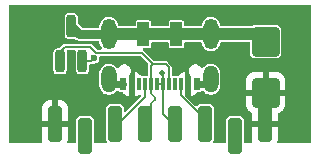
<source format=gbr>
%TF.GenerationSoftware,KiCad,Pcbnew,9.0.7*%
%TF.CreationDate,2026-02-26T13:23:17-05:00*%
%TF.ProjectId,Mag Charger Adapter,4d616720-4368-4617-9267-657220416461,X1*%
%TF.SameCoordinates,Original*%
%TF.FileFunction,Copper,L1,Top*%
%TF.FilePolarity,Positive*%
%FSLAX46Y46*%
G04 Gerber Fmt 4.6, Leading zero omitted, Abs format (unit mm)*
G04 Created by KiCad (PCBNEW 9.0.7) date 2026-02-26 13:23:17*
%MOMM*%
%LPD*%
G01*
G04 APERTURE LIST*
G04 Aperture macros list*
%AMRoundRect*
0 Rectangle with rounded corners*
0 $1 Rounding radius*
0 $2 $3 $4 $5 $6 $7 $8 $9 X,Y pos of 4 corners*
0 Add a 4 corners polygon primitive as box body*
4,1,4,$2,$3,$4,$5,$6,$7,$8,$9,$2,$3,0*
0 Add four circle primitives for the rounded corners*
1,1,$1+$1,$2,$3*
1,1,$1+$1,$4,$5*
1,1,$1+$1,$6,$7*
1,1,$1+$1,$8,$9*
0 Add four rect primitives between the rounded corners*
20,1,$1+$1,$2,$3,$4,$5,0*
20,1,$1+$1,$4,$5,$6,$7,0*
20,1,$1+$1,$6,$7,$8,$9,0*
20,1,$1+$1,$8,$9,$2,$3,0*%
G04 Aperture macros list end*
%TA.AperFunction,SMDPad,CuDef*%
%ADD10RoundRect,0.250000X0.900000X-1.000000X0.900000X1.000000X-0.900000X1.000000X-0.900000X-1.000000X0*%
%TD*%
%TA.AperFunction,SMDPad,CuDef*%
%ADD11RoundRect,0.200000X0.200000X-0.750000X0.200000X0.750000X-0.200000X0.750000X-0.200000X-0.750000X0*%
%TD*%
%TA.AperFunction,SMDPad,CuDef*%
%ADD12R,0.558800X1.041400*%
%TD*%
%TA.AperFunction,SMDPad,CuDef*%
%ADD13R,0.330200X1.041400*%
%TD*%
%TA.AperFunction,ComponentPad*%
%ADD14O,1.295400X2.590800*%
%TD*%
%TA.AperFunction,ComponentPad*%
%ADD15O,1.295400X2.311400*%
%TD*%
%TA.AperFunction,SMDPad,CuDef*%
%ADD16R,0.990600X2.006600*%
%TD*%
%TA.AperFunction,SMDPad,CuDef*%
%ADD17RoundRect,0.250000X-0.350000X-1.250000X0.350000X-1.250000X0.350000X1.250000X-0.350000X1.250000X0*%
%TD*%
%TA.AperFunction,CastellatedPad*%
%ADD18RoundRect,0.250000X-0.350000X-1.250000X0.350000X-1.250000X0.350000X1.250000X-0.350000X1.250000X0*%
%TD*%
%TA.AperFunction,ViaPad*%
%ADD19C,0.500000*%
%TD*%
%TA.AperFunction,ViaPad*%
%ADD20C,0.600000*%
%TD*%
%TA.AperFunction,Conductor*%
%ADD21C,1.000000*%
%TD*%
%TA.AperFunction,Conductor*%
%ADD22C,0.600000*%
%TD*%
%TA.AperFunction,Conductor*%
%ADD23C,0.800000*%
%TD*%
%TA.AperFunction,Conductor*%
%ADD24C,0.200000*%
%TD*%
G04 APERTURE END LIST*
D10*
%TO.P,D1,1,A1*%
%TO.N,VBUS*%
X163400000Y-141350000D03*
%TO.P,D1,2,A2*%
%TO.N,GND*%
X163400000Y-137050000D03*
%TD*%
D11*
%TO.P,D2,1,K*%
%TO.N,/USB_DN*%
X145989000Y-138710800D03*
%TO.P,D2,2,K*%
%TO.N,/USB_DP*%
X147889000Y-138710800D03*
%TO.P,D2,3,A*%
%TO.N,GND*%
X146939000Y-135710800D03*
%TD*%
D12*
%TO.P,J2,1,GND*%
%TO.N,GND*%
X157550000Y-140615589D03*
%TO.P,J2,2,VBUS*%
%TO.N,VBUS*%
X156818067Y-140615589D03*
D13*
%TO.P,J2,3,CC1*%
%TO.N,/USB_CC*%
X156200441Y-140615589D03*
%TO.P,J2,4,SBU2*%
%TO.N,unconnected-(J2-SBU2-Pad4)*%
X155700315Y-140615589D03*
%TO.P,J2,5,D-*%
%TO.N,/USB_DN*%
X155200189Y-140615589D03*
%TO.P,J2,6,D+*%
%TO.N,/USB_DP*%
X154700063Y-140615589D03*
%TO.P,J2,7,D+*%
X154199937Y-140615589D03*
%TO.P,J2,8,D-*%
%TO.N,/USB_DN*%
X153699811Y-140615589D03*
%TO.P,J2,9,CC2*%
%TO.N,/USB_VCONN*%
X153199685Y-140615589D03*
%TO.P,J2,10,SBU1*%
%TO.N,unconnected-(J2-SBU1-Pad10)*%
X152699559Y-140615589D03*
D12*
%TO.P,J2,11,VBUS*%
%TO.N,VBUS*%
X152081933Y-140615589D03*
D14*
%TO.P,J2,12,GND*%
%TO.N,GND*%
X158770032Y-136400589D03*
D15*
X158770002Y-140220589D03*
D16*
X155850000Y-136400713D03*
X153050000Y-136400713D03*
D12*
X151350000Y-140615589D03*
D15*
X150129998Y-140220589D03*
D14*
X150129968Y-136400589D03*
%TD*%
D17*
%TO.P,J1,1,Pin_1*%
%TO.N,VBUS*%
X145555000Y-143985500D03*
D18*
%TO.P,J1,2,Pin_2*%
%TO.N,GND*%
X148095000Y-144985500D03*
D17*
%TO.P,J1,3,Pin_3*%
%TO.N,/USB_VCONN*%
X150635000Y-143985500D03*
%TO.P,J1,4,Pin_4*%
%TO.N,/USB_DN*%
X153175000Y-143985500D03*
%TO.P,J1,5,Pin_5*%
%TO.N,/USB_DP*%
X155715000Y-143985500D03*
%TO.P,J1,6,Pin_6*%
%TO.N,/USB_CC*%
X158255000Y-143985500D03*
D18*
%TO.P,J1,7,Pin_7*%
%TO.N,GND*%
X160795000Y-144985500D03*
D17*
%TO.P,J1,8,Pin_8*%
%TO.N,VBUS*%
X163335000Y-143985500D03*
%TD*%
D19*
%TO.N,/USB_DP*%
X154584400Y-139700000D03*
D20*
X148842557Y-138458727D03*
%TD*%
D21*
%TO.N,GND*%
X151180800Y-136400589D02*
X150129968Y-136400589D01*
D22*
X151350000Y-140615589D02*
X150524998Y-140615589D01*
D21*
X158770032Y-136400589D02*
X151180800Y-136400589D01*
D23*
X147628789Y-136400589D02*
X151180800Y-136400589D01*
D21*
X158770032Y-136400589D02*
X162750589Y-136400589D01*
D22*
X157550000Y-140615589D02*
X158375002Y-140615589D01*
D21*
X162750589Y-136400589D02*
X163400000Y-137050000D01*
D22*
X158375002Y-140615589D02*
X158770002Y-140220589D01*
X150524998Y-140615589D02*
X150129998Y-140220589D01*
D23*
X146939000Y-135710800D02*
X147628789Y-136400589D01*
X148082000Y-144952500D02*
X148115000Y-144985500D01*
D24*
%TO.N,/USB_DN*%
X153699811Y-142597303D02*
X153699811Y-143268372D01*
X153699811Y-139100189D02*
X153850000Y-138950000D01*
X154000155Y-141697647D02*
X154000155Y-141997303D01*
X153699811Y-142297647D02*
X153699811Y-142597303D01*
X154950000Y-138950000D02*
X155200189Y-139200189D01*
X149041479Y-138000000D02*
X148531679Y-137490200D01*
X148531679Y-137490200D02*
X146405600Y-137490200D01*
X153699811Y-143268372D02*
X153699811Y-143730689D01*
X153850000Y-138950000D02*
X152900000Y-138000000D01*
X153850000Y-138950000D02*
X154950000Y-138950000D01*
X153699811Y-140615589D02*
X153699811Y-139100189D01*
X153699811Y-144495455D02*
X153195266Y-145000000D01*
X153699811Y-143730689D02*
X153195000Y-144235500D01*
X153699811Y-140615589D02*
X153699811Y-141397303D01*
X155200189Y-139200189D02*
X155200189Y-140615589D01*
X152900000Y-138000000D02*
X149041479Y-138000000D01*
X145989000Y-137906800D02*
X145989000Y-138710800D01*
X146405600Y-137490200D02*
X145989000Y-137906800D01*
X153849983Y-142147475D02*
G75*
G03*
X153699875Y-142297647I17J-150125D01*
G01*
X153849983Y-141547475D02*
G75*
G02*
X154000125Y-141697647I17J-150125D01*
G01*
X153699811Y-141397303D02*
G75*
G03*
X153849983Y-141547489I150189J3D01*
G01*
X154000155Y-141997303D02*
G75*
G02*
X153849983Y-142147455I-150155J3D01*
G01*
D21*
%TO.N,VBUS*%
X163355266Y-141669780D02*
X163785320Y-141239726D01*
X163355266Y-145000000D02*
X163355266Y-141669780D01*
D24*
%TO.N,/USB_DP*%
X147890400Y-138709400D02*
X147889000Y-138710800D01*
X154199937Y-140615589D02*
X154700063Y-140615589D01*
X148591884Y-138709400D02*
X147890400Y-138709400D01*
X154700063Y-140615589D02*
X154700063Y-139815663D01*
X148842557Y-138458727D02*
X148591884Y-138709400D01*
X155735000Y-144235500D02*
X154700063Y-143200563D01*
X154700063Y-143200563D02*
X154700063Y-140615589D01*
X154700063Y-139815663D02*
X154584400Y-139700000D01*
%TO.N,/USB_CC*%
X158275266Y-143625266D02*
X156200441Y-141550441D01*
X158275266Y-145000000D02*
X158275266Y-143625266D01*
X156200441Y-141550441D02*
X156200441Y-140615589D01*
%TO.N,/USB_VCONN*%
X150655266Y-145000000D02*
X150655266Y-144244734D01*
X153199685Y-141700315D02*
X153199685Y-140615589D01*
X150655266Y-144244734D02*
X153199685Y-141700315D01*
%TD*%
%TA.AperFunction,Conductor*%
%TO.N,VBUS*%
G36*
X167197796Y-133919685D02*
G01*
X167243551Y-133972489D01*
X167254756Y-134024002D01*
X167254508Y-145475271D01*
X167254507Y-145511003D01*
X167234821Y-145578042D01*
X167182016Y-145623795D01*
X167130507Y-145635000D01*
X164514443Y-145635000D01*
X164447404Y-145615315D01*
X164401649Y-145562511D01*
X164391705Y-145493353D01*
X164396737Y-145471996D01*
X164424505Y-145388197D01*
X164424506Y-145388190D01*
X164434999Y-145285486D01*
X164435000Y-145285473D01*
X164435000Y-144235500D01*
X162235001Y-144235500D01*
X162235001Y-145285486D01*
X162245493Y-145388195D01*
X162273263Y-145471995D01*
X162275665Y-145541824D01*
X162239934Y-145601866D01*
X162177413Y-145633059D01*
X162155557Y-145635000D01*
X161671900Y-145635000D01*
X161604861Y-145615315D01*
X161559106Y-145562511D01*
X161547900Y-145511000D01*
X161547900Y-143703786D01*
X161532958Y-143609449D01*
X161532957Y-143609447D01*
X161532957Y-143609445D01*
X161475016Y-143495729D01*
X161475014Y-143495727D01*
X161475011Y-143495723D01*
X161384776Y-143405488D01*
X161384772Y-143405485D01*
X161384771Y-143405484D01*
X161271055Y-143347543D01*
X161271053Y-143347542D01*
X161271050Y-143347541D01*
X161176713Y-143332600D01*
X161176708Y-143332600D01*
X160413292Y-143332600D01*
X160413287Y-143332600D01*
X160318949Y-143347541D01*
X160205227Y-143405485D01*
X160205223Y-143405488D01*
X160114988Y-143495723D01*
X160114985Y-143495727D01*
X160057041Y-143609449D01*
X160042100Y-143703786D01*
X160042100Y-145511000D01*
X160022415Y-145578039D01*
X159969611Y-145623794D01*
X159918100Y-145635000D01*
X159055979Y-145635000D01*
X158988940Y-145615315D01*
X158943185Y-145562511D01*
X158933241Y-145493353D01*
X158945492Y-145454709D01*
X158992957Y-145361555D01*
X158992958Y-145361550D01*
X159007900Y-145267213D01*
X159007900Y-142703786D01*
X158992958Y-142609449D01*
X158992957Y-142609447D01*
X158992957Y-142609445D01*
X158935016Y-142495729D01*
X158935014Y-142495727D01*
X158935011Y-142495723D01*
X158844776Y-142405488D01*
X158844772Y-142405485D01*
X158844771Y-142405484D01*
X158833981Y-142399986D01*
X161750001Y-142399986D01*
X161760494Y-142502697D01*
X161815641Y-142669119D01*
X161815643Y-142669124D01*
X161907684Y-142818345D01*
X162031654Y-142942315D01*
X162176097Y-143031408D01*
X162222821Y-143083356D01*
X162235000Y-143136947D01*
X162235000Y-143735500D01*
X163085000Y-143735500D01*
X163085000Y-143230000D01*
X163585000Y-143230000D01*
X163585000Y-143735500D01*
X164434999Y-143735500D01*
X164434999Y-143184911D01*
X164454684Y-143117872D01*
X164507488Y-143072117D01*
X164519995Y-143067205D01*
X164619119Y-143034358D01*
X164619124Y-143034356D01*
X164768345Y-142942315D01*
X164892315Y-142818345D01*
X164984356Y-142669124D01*
X164984358Y-142669119D01*
X165039505Y-142502697D01*
X165039506Y-142502690D01*
X165049999Y-142399986D01*
X165050000Y-142399973D01*
X165050000Y-141600000D01*
X163650000Y-141600000D01*
X163650000Y-143113638D01*
X163641355Y-143143078D01*
X163634832Y-143173065D01*
X163631077Y-143178080D01*
X163630315Y-143180677D01*
X163613681Y-143201319D01*
X163585000Y-143230000D01*
X163085000Y-143230000D01*
X163085000Y-141971862D01*
X163104685Y-141904823D01*
X163121319Y-141884181D01*
X163150000Y-141855500D01*
X163150000Y-141600000D01*
X161750001Y-141600000D01*
X161750001Y-142399986D01*
X158833981Y-142399986D01*
X158731055Y-142347543D01*
X158731053Y-142347542D01*
X158731050Y-142347541D01*
X158636713Y-142332600D01*
X158636708Y-142332600D01*
X157873292Y-142332600D01*
X157873287Y-142332600D01*
X157778949Y-142347541D01*
X157665227Y-142405485D01*
X157665223Y-142405488D01*
X157626863Y-142443848D01*
X157565540Y-142477333D01*
X157495848Y-142472347D01*
X157451502Y-142443847D01*
X156604386Y-141596731D01*
X156570901Y-141535408D01*
X156568067Y-141509050D01*
X156568067Y-139594889D01*
X156490822Y-139594889D01*
X156431294Y-139601290D01*
X156431287Y-139601292D01*
X156296580Y-139651534D01*
X156296573Y-139651538D01*
X156181479Y-139737698D01*
X156181476Y-139737701D01*
X156095315Y-139852796D01*
X156095314Y-139852798D01*
X156089559Y-139868228D01*
X156083469Y-139876361D01*
X156081133Y-139886250D01*
X156062884Y-139903858D01*
X156047686Y-139924160D01*
X156036827Y-139929001D01*
X156030854Y-139934766D01*
X155997570Y-139946507D01*
X155974570Y-139951082D01*
X155926187Y-139951082D01*
X155880474Y-139941989D01*
X155577089Y-139941989D01*
X155510050Y-139922304D01*
X155464295Y-139869500D01*
X155453089Y-139817989D01*
X155453089Y-139427606D01*
X156894700Y-139427606D01*
X156894700Y-139573820D01*
X156902061Y-139601292D01*
X156932542Y-139715052D01*
X156954477Y-139753043D01*
X157005649Y-139841675D01*
X157005651Y-139841677D01*
X157031748Y-139867774D01*
X157065233Y-139929097D01*
X157068067Y-139955455D01*
X157068067Y-141636289D01*
X157145295Y-141636289D01*
X157145311Y-141636288D01*
X157204839Y-141629887D01*
X157204846Y-141629885D01*
X157339553Y-141579643D01*
X157339560Y-141579639D01*
X157454654Y-141493479D01*
X157454657Y-141493476D01*
X157540818Y-141378380D01*
X157540819Y-141378379D01*
X157543999Y-141369855D01*
X157585871Y-141313921D01*
X157651335Y-141289504D01*
X157660172Y-141289188D01*
X157844456Y-141289188D01*
X157889058Y-141280317D01*
X157939634Y-141246523D01*
X157943314Y-141241016D01*
X157996925Y-141196210D01*
X158066250Y-141187501D01*
X158129278Y-141217655D01*
X158143904Y-141234534D01*
X158144271Y-141234234D01*
X158148137Y-141238945D01*
X158259645Y-141350453D01*
X158259649Y-141350456D01*
X158390769Y-141438068D01*
X158390775Y-141438071D01*
X158390776Y-141438072D01*
X158536476Y-141498423D01*
X158691145Y-141529188D01*
X158691149Y-141529189D01*
X158691150Y-141529189D01*
X158848855Y-141529189D01*
X158848856Y-141529188D01*
X159003528Y-141498423D01*
X159149228Y-141438072D01*
X159280355Y-141350456D01*
X159391869Y-141238942D01*
X159479485Y-141107815D01*
X159539836Y-140962115D01*
X159570602Y-140807441D01*
X159570602Y-140300013D01*
X161750000Y-140300013D01*
X161750000Y-141100000D01*
X163150000Y-141100000D01*
X163650000Y-141100000D01*
X165049999Y-141100000D01*
X165049999Y-140300028D01*
X165049998Y-140300013D01*
X165039505Y-140197302D01*
X164984358Y-140030880D01*
X164984356Y-140030875D01*
X164892315Y-139881654D01*
X164768345Y-139757684D01*
X164619124Y-139665643D01*
X164619119Y-139665641D01*
X164452697Y-139610494D01*
X164452690Y-139610493D01*
X164349986Y-139600000D01*
X163650000Y-139600000D01*
X163650000Y-141100000D01*
X163150000Y-141100000D01*
X163150000Y-139600000D01*
X162450028Y-139600000D01*
X162450012Y-139600001D01*
X162347302Y-139610494D01*
X162180880Y-139665641D01*
X162180875Y-139665643D01*
X162031654Y-139757684D01*
X161907684Y-139881654D01*
X161815643Y-140030875D01*
X161815641Y-140030880D01*
X161760494Y-140197302D01*
X161760493Y-140197309D01*
X161750000Y-140300013D01*
X159570602Y-140300013D01*
X159570602Y-139633737D01*
X159539836Y-139479063D01*
X159479485Y-139333363D01*
X159479484Y-139333362D01*
X159479481Y-139333356D01*
X159391869Y-139202236D01*
X159391866Y-139202232D01*
X159280358Y-139090724D01*
X159280354Y-139090721D01*
X159149234Y-139003109D01*
X159149225Y-139003104D01*
X159003528Y-138942755D01*
X159003520Y-138942753D01*
X158848858Y-138911989D01*
X158848854Y-138911989D01*
X158691150Y-138911989D01*
X158691145Y-138911989D01*
X158536483Y-138942753D01*
X158536475Y-138942755D01*
X158390778Y-139003104D01*
X158390769Y-139003109D01*
X158259649Y-139090721D01*
X158259645Y-139090724D01*
X158148135Y-139202234D01*
X158135932Y-139220498D01*
X158082319Y-139265302D01*
X158012993Y-139274008D01*
X157949967Y-139243852D01*
X157925444Y-139213606D01*
X157894351Y-139159751D01*
X157790962Y-139056362D01*
X157698721Y-139003106D01*
X157664339Y-138983255D01*
X157566097Y-138956932D01*
X157523107Y-138945413D01*
X157376893Y-138945413D01*
X157235660Y-138983255D01*
X157109038Y-139056362D01*
X157109035Y-139056364D01*
X157005651Y-139159748D01*
X157005649Y-139159751D01*
X156932542Y-139286373D01*
X156919951Y-139333365D01*
X156894700Y-139427606D01*
X155453089Y-139427606D01*
X155453089Y-139264936D01*
X155453090Y-139264927D01*
X155453090Y-139149885D01*
X155453090Y-139149884D01*
X155414588Y-139056933D01*
X155414588Y-139056932D01*
X155343446Y-138985790D01*
X155343443Y-138985789D01*
X155174611Y-138816957D01*
X155174603Y-138816947D01*
X155093256Y-138735600D01*
X155054196Y-138719421D01*
X155054193Y-138719420D01*
X155038806Y-138713047D01*
X155000305Y-138697099D01*
X154899695Y-138697099D01*
X154899693Y-138697100D01*
X154006116Y-138697100D01*
X153939077Y-138677415D01*
X153918435Y-138660781D01*
X153124611Y-137866957D01*
X153124603Y-137866947D01*
X153043258Y-137785602D01*
X153040880Y-137784013D01*
X153036867Y-137779211D01*
X153034621Y-137776965D01*
X153034822Y-137776763D01*
X152996076Y-137730400D01*
X152987370Y-137661074D01*
X153017526Y-137598048D01*
X153076970Y-137561330D01*
X153109769Y-137556912D01*
X153560356Y-137556912D01*
X153604958Y-137548041D01*
X153655534Y-137514247D01*
X153689328Y-137463671D01*
X153698200Y-137419070D01*
X153698200Y-137177489D01*
X153717885Y-137110450D01*
X153770689Y-137064695D01*
X153822200Y-137053489D01*
X155077801Y-137053489D01*
X155144840Y-137073174D01*
X155190595Y-137125978D01*
X155201801Y-137177489D01*
X155201801Y-137419069D01*
X155203481Y-137427515D01*
X155210672Y-137463671D01*
X155210673Y-137463674D01*
X155244465Y-137514246D01*
X155244466Y-137514247D01*
X155295042Y-137548041D01*
X155295043Y-137548041D01*
X155295045Y-137548042D01*
X155317342Y-137552477D01*
X155339643Y-137556913D01*
X156360356Y-137556912D01*
X156404958Y-137548041D01*
X156455534Y-137514247D01*
X156489328Y-137463671D01*
X156498200Y-137419070D01*
X156498200Y-137177489D01*
X156517885Y-137110450D01*
X156570689Y-137064695D01*
X156622200Y-137053489D01*
X157853017Y-137053489D01*
X157920056Y-137073174D01*
X157965811Y-137125978D01*
X157974634Y-137153298D01*
X158000196Y-137281807D01*
X158000198Y-137281815D01*
X158060547Y-137427512D01*
X158060552Y-137427521D01*
X158148164Y-137558641D01*
X158148167Y-137558645D01*
X158259675Y-137670153D01*
X158259679Y-137670156D01*
X158390799Y-137757768D01*
X158390808Y-137757773D01*
X158403541Y-137763047D01*
X158536506Y-137818123D01*
X158691175Y-137848888D01*
X158691179Y-137848889D01*
X158691180Y-137848889D01*
X158848885Y-137848889D01*
X158848886Y-137848888D01*
X159003558Y-137818123D01*
X159149258Y-137757772D01*
X159280385Y-137670156D01*
X159391899Y-137558642D01*
X159479515Y-137427515D01*
X159539866Y-137281815D01*
X159550323Y-137229238D01*
X159565430Y-137153298D01*
X159597815Y-137091387D01*
X159658530Y-137056813D01*
X159687047Y-137053489D01*
X161973100Y-137053489D01*
X162040139Y-137073174D01*
X162085894Y-137125978D01*
X162097100Y-137177489D01*
X162097100Y-138081713D01*
X162112041Y-138176050D01*
X162112042Y-138176053D01*
X162112043Y-138176055D01*
X162167000Y-138283914D01*
X162169985Y-138289772D01*
X162169988Y-138289776D01*
X162260223Y-138380011D01*
X162260227Y-138380014D01*
X162260229Y-138380016D01*
X162373945Y-138437957D01*
X162373947Y-138437957D01*
X162373949Y-138437958D01*
X162468287Y-138452900D01*
X162468292Y-138452900D01*
X164331713Y-138452900D01*
X164426050Y-138437958D01*
X164426050Y-138437957D01*
X164426055Y-138437957D01*
X164539771Y-138380016D01*
X164630016Y-138289771D01*
X164687957Y-138176055D01*
X164687958Y-138176050D01*
X164702900Y-138081713D01*
X164702900Y-136018286D01*
X164687958Y-135923949D01*
X164687957Y-135923947D01*
X164687957Y-135923945D01*
X164630016Y-135810229D01*
X164630014Y-135810227D01*
X164630011Y-135810223D01*
X164539776Y-135719988D01*
X164539772Y-135719985D01*
X164539771Y-135719984D01*
X164426055Y-135662043D01*
X164426053Y-135662042D01*
X164426050Y-135662041D01*
X164331713Y-135647100D01*
X164331708Y-135647100D01*
X162468292Y-135647100D01*
X162468287Y-135647100D01*
X162373949Y-135662041D01*
X162260223Y-135719987D01*
X162254688Y-135724009D01*
X162188881Y-135747487D01*
X162181806Y-135747689D01*
X159687047Y-135747689D01*
X159620008Y-135728004D01*
X159574253Y-135675200D01*
X159565430Y-135647880D01*
X159539867Y-135519370D01*
X159539866Y-135519363D01*
X159479515Y-135373663D01*
X159479514Y-135373662D01*
X159479511Y-135373656D01*
X159391899Y-135242536D01*
X159391896Y-135242532D01*
X159280388Y-135131024D01*
X159280384Y-135131021D01*
X159149264Y-135043409D01*
X159149255Y-135043404D01*
X159003558Y-134983055D01*
X159003550Y-134983053D01*
X158848888Y-134952289D01*
X158848884Y-134952289D01*
X158691180Y-134952289D01*
X158691175Y-134952289D01*
X158536513Y-134983053D01*
X158536505Y-134983055D01*
X158390808Y-135043404D01*
X158390799Y-135043409D01*
X158259679Y-135131021D01*
X158259675Y-135131024D01*
X158148167Y-135242532D01*
X158148164Y-135242536D01*
X158060552Y-135373656D01*
X158060547Y-135373665D01*
X158000198Y-135519362D01*
X158000196Y-135519370D01*
X157974634Y-135647880D01*
X157942249Y-135709791D01*
X157881534Y-135744365D01*
X157853017Y-135747689D01*
X156622199Y-135747689D01*
X156555160Y-135728004D01*
X156509405Y-135675200D01*
X156498199Y-135623689D01*
X156498199Y-135382358D01*
X156496468Y-135373656D01*
X156489328Y-135337755D01*
X156489326Y-135337753D01*
X156489326Y-135337751D01*
X156455534Y-135287179D01*
X156404959Y-135253386D01*
X156404958Y-135253385D01*
X156404957Y-135253384D01*
X156404956Y-135253384D01*
X156404954Y-135253383D01*
X156360359Y-135244513D01*
X155339645Y-135244513D01*
X155295041Y-135253385D01*
X155295038Y-135253386D01*
X155244466Y-135287178D01*
X155210671Y-135337756D01*
X155210670Y-135337758D01*
X155201800Y-135382353D01*
X155201800Y-135623689D01*
X155182115Y-135690728D01*
X155129311Y-135736483D01*
X155077800Y-135747689D01*
X153822199Y-135747689D01*
X153755160Y-135728004D01*
X153709405Y-135675200D01*
X153698199Y-135623689D01*
X153698199Y-135382358D01*
X153696468Y-135373656D01*
X153689328Y-135337755D01*
X153689326Y-135337753D01*
X153689326Y-135337751D01*
X153655534Y-135287179D01*
X153604959Y-135253386D01*
X153604958Y-135253385D01*
X153604957Y-135253384D01*
X153604956Y-135253384D01*
X153604954Y-135253383D01*
X153560359Y-135244513D01*
X152539645Y-135244513D01*
X152495041Y-135253385D01*
X152495038Y-135253386D01*
X152444466Y-135287178D01*
X152410671Y-135337756D01*
X152410670Y-135337758D01*
X152401800Y-135382353D01*
X152401800Y-135623689D01*
X152382115Y-135690728D01*
X152329311Y-135736483D01*
X152277800Y-135747689D01*
X151046983Y-135747689D01*
X150979944Y-135728004D01*
X150934189Y-135675200D01*
X150925366Y-135647880D01*
X150899803Y-135519370D01*
X150899802Y-135519363D01*
X150839451Y-135373663D01*
X150839450Y-135373662D01*
X150839447Y-135373656D01*
X150751835Y-135242536D01*
X150751832Y-135242532D01*
X150640324Y-135131024D01*
X150640320Y-135131021D01*
X150509200Y-135043409D01*
X150509191Y-135043404D01*
X150363494Y-134983055D01*
X150363486Y-134983053D01*
X150208824Y-134952289D01*
X150208820Y-134952289D01*
X150051116Y-134952289D01*
X150051111Y-134952289D01*
X149896449Y-134983053D01*
X149896441Y-134983055D01*
X149750744Y-135043404D01*
X149750735Y-135043409D01*
X149619615Y-135131021D01*
X149619611Y-135131024D01*
X149508103Y-135242532D01*
X149508100Y-135242536D01*
X149420488Y-135373656D01*
X149420483Y-135373665D01*
X149360134Y-135519362D01*
X149360132Y-135519370D01*
X149329368Y-135674032D01*
X149329368Y-135723689D01*
X149309683Y-135790728D01*
X149256879Y-135836483D01*
X149205368Y-135847689D01*
X147909169Y-135847689D01*
X147842130Y-135828004D01*
X147821488Y-135811370D01*
X147528219Y-135518101D01*
X147494734Y-135456778D01*
X147491900Y-135430420D01*
X147491900Y-134927311D01*
X147491900Y-134927306D01*
X147481906Y-134858712D01*
X147430179Y-134752902D01*
X147430177Y-134752900D01*
X147430177Y-134752899D01*
X147346900Y-134669622D01*
X147241088Y-134617894D01*
X147172494Y-134607900D01*
X146705506Y-134607900D01*
X146648344Y-134616228D01*
X146636911Y-134617894D01*
X146531099Y-134669622D01*
X146447822Y-134752899D01*
X146447821Y-134752902D01*
X146396094Y-134858712D01*
X146386100Y-134927306D01*
X146386100Y-136494294D01*
X146396094Y-136562888D01*
X146447822Y-136668700D01*
X146531099Y-136751977D01*
X146531100Y-136751977D01*
X146531102Y-136751979D01*
X146636912Y-136803706D01*
X146705506Y-136813700D01*
X146705511Y-136813700D01*
X147172491Y-136813700D01*
X147172494Y-136813700D01*
X147187288Y-136811544D01*
X147256463Y-136821356D01*
X147270280Y-136828719D01*
X147282603Y-136836322D01*
X147289300Y-136843019D01*
X147352339Y-136879414D01*
X147415377Y-136915810D01*
X147485688Y-136934649D01*
X147555998Y-136953489D01*
X147555999Y-136953489D01*
X147701579Y-136953489D01*
X149205368Y-136953489D01*
X149272407Y-136973174D01*
X149318162Y-137025978D01*
X149329368Y-137077489D01*
X149329368Y-137127145D01*
X149360132Y-137281807D01*
X149360134Y-137281815D01*
X149420483Y-137427512D01*
X149420488Y-137427521D01*
X149505139Y-137554209D01*
X149508176Y-137563909D01*
X149514831Y-137571589D01*
X149518439Y-137596686D01*
X149526017Y-137620886D01*
X149523328Y-137630686D01*
X149524775Y-137640747D01*
X149514241Y-137663812D01*
X149507533Y-137688267D01*
X149499971Y-137695059D01*
X149495750Y-137704303D01*
X149474419Y-137718011D01*
X149455554Y-137734957D01*
X149443956Y-137737588D01*
X149436972Y-137742077D01*
X149402037Y-137747100D01*
X149197595Y-137747100D01*
X149130556Y-137727415D01*
X149109914Y-137710781D01*
X148756290Y-137357157D01*
X148756282Y-137357147D01*
X148674935Y-137275800D01*
X148635875Y-137259621D01*
X148635872Y-137259620D01*
X148620485Y-137253247D01*
X148581984Y-137237299D01*
X148481374Y-137237299D01*
X148481372Y-137237300D01*
X146470347Y-137237300D01*
X146470339Y-137237299D01*
X146455905Y-137237299D01*
X146355295Y-137237299D01*
X146355293Y-137237299D01*
X146308819Y-137256550D01*
X146262342Y-137275801D01*
X146262341Y-137275802D01*
X146191200Y-137346944D01*
X145966564Y-137571581D01*
X145905241Y-137605066D01*
X145878883Y-137607900D01*
X145755506Y-137607900D01*
X145698344Y-137616228D01*
X145686911Y-137617894D01*
X145581099Y-137669622D01*
X145497822Y-137752899D01*
X145447057Y-137856743D01*
X145446094Y-137858712D01*
X145436100Y-137927306D01*
X145436100Y-139494294D01*
X145440245Y-139522741D01*
X145446094Y-139562888D01*
X145497822Y-139668700D01*
X145581099Y-139751977D01*
X145581100Y-139751977D01*
X145581102Y-139751979D01*
X145686912Y-139803706D01*
X145755506Y-139813700D01*
X145755511Y-139813700D01*
X146222489Y-139813700D01*
X146222494Y-139813700D01*
X146291088Y-139803706D01*
X146396898Y-139751979D01*
X146480179Y-139668698D01*
X146531906Y-139562888D01*
X146541900Y-139494294D01*
X146541900Y-137927306D01*
X146535733Y-137884978D01*
X146545546Y-137815801D01*
X146591202Y-137762911D01*
X146658204Y-137743100D01*
X147219563Y-137743100D01*
X147286602Y-137762785D01*
X147332357Y-137815589D01*
X147342300Y-137884746D01*
X147336100Y-137927306D01*
X147336100Y-139494294D01*
X147340245Y-139522741D01*
X147346094Y-139562888D01*
X147397822Y-139668700D01*
X147481099Y-139751977D01*
X147481100Y-139751977D01*
X147481102Y-139751979D01*
X147586912Y-139803706D01*
X147655506Y-139813700D01*
X147655511Y-139813700D01*
X148122489Y-139813700D01*
X148122494Y-139813700D01*
X148191088Y-139803706D01*
X148296898Y-139751979D01*
X148380179Y-139668698D01*
X148397273Y-139633732D01*
X149329398Y-139633732D01*
X149329398Y-140807445D01*
X149360162Y-140962107D01*
X149360164Y-140962115D01*
X149420513Y-141107812D01*
X149420518Y-141107821D01*
X149508130Y-141238941D01*
X149508133Y-141238945D01*
X149619641Y-141350453D01*
X149619645Y-141350456D01*
X149750765Y-141438068D01*
X149750771Y-141438071D01*
X149750772Y-141438072D01*
X149896472Y-141498423D01*
X150051141Y-141529188D01*
X150051145Y-141529189D01*
X150051146Y-141529189D01*
X150208851Y-141529189D01*
X150208852Y-141529188D01*
X150363524Y-141498423D01*
X150509224Y-141438072D01*
X150640351Y-141350456D01*
X150751865Y-141238942D01*
X150751867Y-141238938D01*
X150755729Y-141234234D01*
X150757178Y-141235423D01*
X150804069Y-141196219D01*
X150873393Y-141187498D01*
X150936426Y-141217640D01*
X150956682Y-141241011D01*
X150960364Y-141246521D01*
X150960365Y-141246521D01*
X150960366Y-141246523D01*
X151010942Y-141280317D01*
X151010943Y-141280317D01*
X151010945Y-141280318D01*
X151033242Y-141284753D01*
X151055543Y-141289189D01*
X151239820Y-141289188D01*
X151306858Y-141308872D01*
X151352613Y-141361676D01*
X151355999Y-141369851D01*
X151359179Y-141378377D01*
X151359181Y-141378381D01*
X151445342Y-141493476D01*
X151445345Y-141493479D01*
X151560439Y-141579639D01*
X151560446Y-141579643D01*
X151695153Y-141629885D01*
X151695160Y-141629887D01*
X151754688Y-141636288D01*
X151754705Y-141636289D01*
X151831933Y-141636289D01*
X151831933Y-139941155D01*
X151851618Y-139874116D01*
X151868252Y-139853474D01*
X151868931Y-139852795D01*
X151880051Y-139841675D01*
X151953158Y-139715051D01*
X151991000Y-139573820D01*
X151991000Y-139427606D01*
X151953158Y-139286375D01*
X151880051Y-139159751D01*
X151776662Y-139056362D01*
X151684421Y-139003106D01*
X151650039Y-138983255D01*
X151551797Y-138956932D01*
X151508807Y-138945413D01*
X151362593Y-138945413D01*
X151221360Y-138983255D01*
X151094738Y-139056362D01*
X151094735Y-139056364D01*
X150991351Y-139159748D01*
X150991347Y-139159754D01*
X150966883Y-139202126D01*
X150916315Y-139250340D01*
X150847708Y-139263562D01*
X150782844Y-139237593D01*
X150756395Y-139209015D01*
X150751865Y-139202236D01*
X150751862Y-139202232D01*
X150640354Y-139090724D01*
X150640350Y-139090721D01*
X150509230Y-139003109D01*
X150509221Y-139003104D01*
X150363524Y-138942755D01*
X150363516Y-138942753D01*
X150208854Y-138911989D01*
X150208850Y-138911989D01*
X150051146Y-138911989D01*
X150051141Y-138911989D01*
X149896479Y-138942753D01*
X149896471Y-138942755D01*
X149750774Y-139003104D01*
X149750765Y-139003109D01*
X149619645Y-139090721D01*
X149619641Y-139090724D01*
X149508133Y-139202232D01*
X149508130Y-139202236D01*
X149420518Y-139333356D01*
X149420513Y-139333365D01*
X149360164Y-139479062D01*
X149360162Y-139479070D01*
X149329398Y-139633732D01*
X148397273Y-139633732D01*
X148431906Y-139562888D01*
X148441900Y-139494294D01*
X148441900Y-139086301D01*
X148461585Y-139019262D01*
X148514389Y-138973507D01*
X148546305Y-138963859D01*
X148556040Y-138962301D01*
X148642189Y-138962301D01*
X148682959Y-138945413D01*
X148735141Y-138923799D01*
X148735142Y-138923797D01*
X148741740Y-138921065D01*
X148789191Y-138911627D01*
X148902180Y-138911627D01*
X148902182Y-138911627D01*
X149017370Y-138880763D01*
X149120644Y-138821137D01*
X149204967Y-138736814D01*
X149264593Y-138633540D01*
X149295457Y-138518352D01*
X149295457Y-138399102D01*
X149295457Y-138399100D01*
X149294665Y-138393085D01*
X149305431Y-138324050D01*
X149351811Y-138271794D01*
X149417604Y-138252900D01*
X152743884Y-138252900D01*
X152810923Y-138272585D01*
X152831565Y-138289219D01*
X153430886Y-138888540D01*
X153464371Y-138949863D01*
X153466494Y-138989479D01*
X153464587Y-139007208D01*
X153446910Y-139049884D01*
X153446910Y-139150494D01*
X153446911Y-139150496D01*
X153446911Y-139171582D01*
X153446911Y-139817989D01*
X153427226Y-139885028D01*
X153374422Y-139930783D01*
X153322911Y-139941989D01*
X153019530Y-139941989D01*
X152984179Y-139949020D01*
X152974927Y-139950861D01*
X152974926Y-139950861D01*
X152973812Y-139951083D01*
X152965474Y-139951082D01*
X152960673Y-139952972D01*
X152925430Y-139951082D01*
X152902427Y-139946506D01*
X152840516Y-139914120D01*
X152810437Y-139868220D01*
X152804686Y-139852800D01*
X152804683Y-139852795D01*
X152718523Y-139737701D01*
X152718520Y-139737698D01*
X152603426Y-139651538D01*
X152603419Y-139651534D01*
X152468712Y-139601292D01*
X152468705Y-139601290D01*
X152409177Y-139594889D01*
X152331933Y-139594889D01*
X152331933Y-141636289D01*
X152409161Y-141636289D01*
X152409177Y-141636288D01*
X152468705Y-141629887D01*
X152468712Y-141629885D01*
X152603419Y-141579643D01*
X152603423Y-141579641D01*
X152644559Y-141548846D01*
X152710023Y-141524427D01*
X152778296Y-141539277D01*
X152827703Y-141588682D01*
X152842556Y-141656954D01*
X152818141Y-141722419D01*
X152806553Y-141735792D01*
X151599581Y-142942765D01*
X151538258Y-142976250D01*
X151468566Y-142971266D01*
X151412633Y-142929394D01*
X151388216Y-142863930D01*
X151387900Y-142855084D01*
X151387900Y-142703786D01*
X151372958Y-142609449D01*
X151372957Y-142609447D01*
X151372957Y-142609445D01*
X151315016Y-142495729D01*
X151315014Y-142495727D01*
X151315011Y-142495723D01*
X151224776Y-142405488D01*
X151224772Y-142405485D01*
X151224771Y-142405484D01*
X151111055Y-142347543D01*
X151111053Y-142347542D01*
X151111050Y-142347541D01*
X151016713Y-142332600D01*
X151016708Y-142332600D01*
X150253292Y-142332600D01*
X150253287Y-142332600D01*
X150158949Y-142347541D01*
X150045227Y-142405485D01*
X150045223Y-142405488D01*
X149954988Y-142495723D01*
X149954985Y-142495727D01*
X149897041Y-142609449D01*
X149882100Y-142703786D01*
X149882100Y-145267213D01*
X149897041Y-145361550D01*
X149897042Y-145361553D01*
X149897043Y-145361555D01*
X149944506Y-145454707D01*
X149957402Y-145523375D01*
X149931126Y-145588115D01*
X149874019Y-145628372D01*
X149834021Y-145635000D01*
X148971900Y-145635000D01*
X148904861Y-145615315D01*
X148859106Y-145562511D01*
X148847900Y-145511000D01*
X148847900Y-143703786D01*
X148832958Y-143609449D01*
X148832957Y-143609447D01*
X148832957Y-143609445D01*
X148775016Y-143495729D01*
X148775014Y-143495727D01*
X148775011Y-143495723D01*
X148684776Y-143405488D01*
X148684772Y-143405485D01*
X148684771Y-143405484D01*
X148571055Y-143347543D01*
X148571053Y-143347542D01*
X148571050Y-143347541D01*
X148476713Y-143332600D01*
X148476708Y-143332600D01*
X147713292Y-143332600D01*
X147713287Y-143332600D01*
X147618949Y-143347541D01*
X147505227Y-143405485D01*
X147505223Y-143405488D01*
X147414988Y-143495723D01*
X147414985Y-143495727D01*
X147357041Y-143609449D01*
X147342100Y-143703786D01*
X147342100Y-145511000D01*
X147322415Y-145578039D01*
X147269611Y-145623794D01*
X147218100Y-145635000D01*
X146734443Y-145635000D01*
X146667404Y-145615315D01*
X146621649Y-145562511D01*
X146611705Y-145493353D01*
X146616737Y-145471996D01*
X146644505Y-145388197D01*
X146644506Y-145388190D01*
X146654999Y-145285486D01*
X146655000Y-145285473D01*
X146655000Y-144235500D01*
X144455001Y-144235500D01*
X144455001Y-145285486D01*
X144465493Y-145388195D01*
X144493263Y-145471995D01*
X144495665Y-145541824D01*
X144459934Y-145601866D01*
X144397413Y-145633059D01*
X144375557Y-145635000D01*
X141779507Y-145635000D01*
X141712468Y-145615315D01*
X141666713Y-145562511D01*
X141655507Y-145510997D01*
X141655569Y-142685513D01*
X144455000Y-142685513D01*
X144455000Y-143735500D01*
X145305000Y-143735500D01*
X145805000Y-143735500D01*
X146654999Y-143735500D01*
X146654999Y-142685528D01*
X146654998Y-142685513D01*
X146644505Y-142582802D01*
X146589358Y-142416380D01*
X146589356Y-142416375D01*
X146497315Y-142267154D01*
X146373345Y-142143184D01*
X146224124Y-142051143D01*
X146224119Y-142051141D01*
X146057697Y-141995994D01*
X146057690Y-141995993D01*
X145954986Y-141985500D01*
X145805000Y-141985500D01*
X145805000Y-143735500D01*
X145305000Y-143735500D01*
X145305000Y-141985500D01*
X145155027Y-141985500D01*
X145155012Y-141985501D01*
X145052302Y-141995994D01*
X144885880Y-142051141D01*
X144885875Y-142051143D01*
X144736654Y-142143184D01*
X144612684Y-142267154D01*
X144520643Y-142416375D01*
X144520641Y-142416380D01*
X144465494Y-142582802D01*
X144465493Y-142582809D01*
X144455000Y-142685513D01*
X141655569Y-142685513D01*
X141655569Y-142682361D01*
X141655757Y-134023997D01*
X141675443Y-133956958D01*
X141728248Y-133911205D01*
X141779757Y-133900000D01*
X167130757Y-133900000D01*
X167197796Y-133919685D01*
G37*
%TD.AperFunction*%
%TD*%
M02*

</source>
